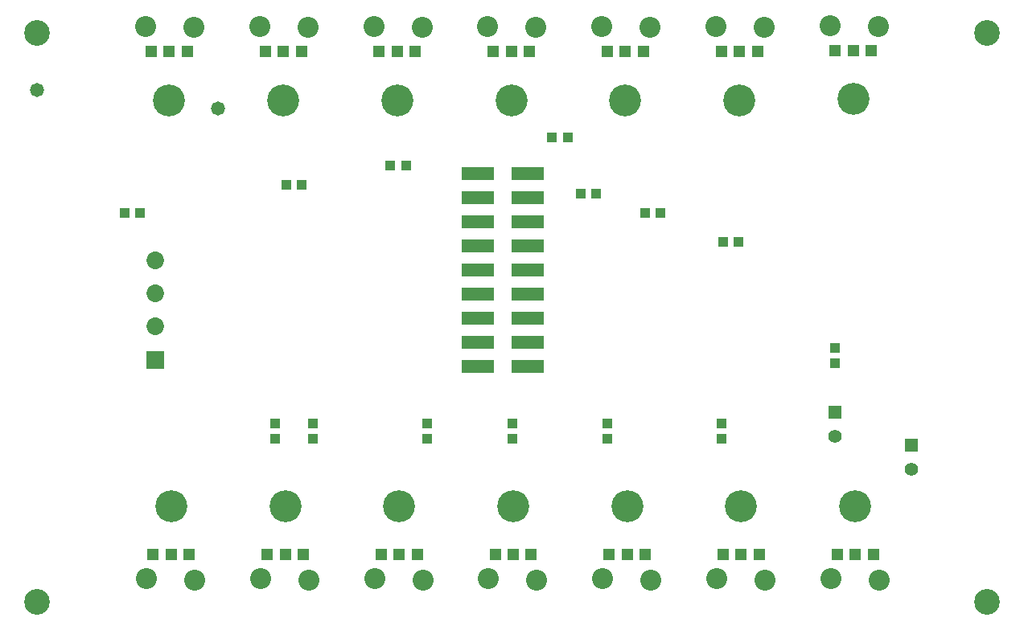
<source format=gts>
G04*
G04 #@! TF.GenerationSoftware,Altium Limited,Altium Designer,20.2.6 (244)*
G04*
G04 Layer_Color=8388736*
%FSLAX25Y25*%
%MOIN*%
G70*
G04*
G04 #@! TF.SameCoordinates,497CC9B7-7792-49EA-9D7E-492ABDADDE37*
G04*
G04*
G04 #@! TF.FilePolarity,Negative*
G04*
G01*
G75*
%ADD13R,0.04182X0.04469*%
%ADD15R,0.04469X0.04182*%
%ADD16R,0.13300X0.05288*%
%ADD17C,0.07296*%
%ADD18R,0.07296X0.07296*%
%ADD19R,0.05524X0.05524*%
%ADD20C,0.05524*%
%ADD21C,0.08674*%
%ADD22R,0.04737X0.04737*%
%ADD23C,0.13202*%
%ADD24C,0.05800*%
%ADD25C,0.10642*%
D13*
X236221Y205451D02*
D03*
Y211872D02*
D03*
X299213D02*
D03*
Y205451D02*
D03*
X334646Y211872D02*
D03*
Y205451D02*
D03*
X251969Y211872D02*
D03*
Y205451D02*
D03*
X374016Y211872D02*
D03*
Y205451D02*
D03*
X421260Y211872D02*
D03*
Y205451D02*
D03*
X468504Y243368D02*
D03*
Y236947D02*
D03*
D15*
X421987Y287402D02*
D03*
X428407D02*
D03*
X389764Y299213D02*
D03*
X396184D02*
D03*
X362931Y307087D02*
D03*
X369352D02*
D03*
X290612Y318898D02*
D03*
X284191D02*
D03*
X247305Y311024D02*
D03*
X240884D02*
D03*
X180376Y299213D02*
D03*
X173955D02*
D03*
X357541Y330709D02*
D03*
X351120D02*
D03*
D16*
X340955Y235591D02*
D03*
X320463D02*
D03*
X340955Y245590D02*
D03*
X320463D02*
D03*
X340955Y255591D02*
D03*
X320463D02*
D03*
X340955Y265591D02*
D03*
X320463D02*
D03*
X340955Y275590D02*
D03*
X320463D02*
D03*
X340955Y285591D02*
D03*
X320463D02*
D03*
X340955Y295590D02*
D03*
X320463D02*
D03*
X340955Y305591D02*
D03*
X320463D02*
D03*
X340955Y315591D02*
D03*
X320463D02*
D03*
D17*
X186542Y279714D02*
D03*
Y265935D02*
D03*
Y252155D02*
D03*
D18*
Y238376D02*
D03*
D19*
X500000Y202913D02*
D03*
X468504Y216535D02*
D03*
D20*
X500000Y192913D02*
D03*
X468504Y206535D02*
D03*
D21*
X438976Y376142D02*
D03*
X418976Y376673D02*
D03*
X230000D02*
D03*
X250000Y376142D02*
D03*
X486535Y146949D02*
D03*
X466535Y147480D02*
D03*
X182756Y376673D02*
D03*
X202756Y376142D02*
D03*
X183071Y147480D02*
D03*
X203071Y146949D02*
D03*
X250315D02*
D03*
X230315Y147480D02*
D03*
X277559D02*
D03*
X297559Y146949D02*
D03*
X324803Y147480D02*
D03*
X344803Y146949D02*
D03*
X372047Y147480D02*
D03*
X392047Y146949D02*
D03*
X419291Y147480D02*
D03*
X439291Y146949D02*
D03*
X297244Y376142D02*
D03*
X277244Y376673D02*
D03*
X344488Y376142D02*
D03*
X324488Y376673D02*
D03*
X371732D02*
D03*
X391732Y376142D02*
D03*
X466221Y377067D02*
D03*
X486221Y376535D02*
D03*
D22*
X428740Y366142D02*
D03*
X436221D02*
D03*
X421260D02*
D03*
X239764D02*
D03*
X247244D02*
D03*
X232283D02*
D03*
X476772Y157480D02*
D03*
X469291D02*
D03*
X484252D02*
D03*
X200000Y366142D02*
D03*
X192520D02*
D03*
X185039D02*
D03*
X437008Y157480D02*
D03*
X422047D02*
D03*
X389764D02*
D03*
X374803D02*
D03*
X342520D02*
D03*
X327559D02*
D03*
X295276D02*
D03*
X280315D02*
D03*
X248031D02*
D03*
X233071D02*
D03*
X200787D02*
D03*
X185827D02*
D03*
X468504Y366535D02*
D03*
X483465D02*
D03*
X374016Y366142D02*
D03*
X388976D02*
D03*
X326772D02*
D03*
X341732D02*
D03*
X279528D02*
D03*
X294488D02*
D03*
X193307Y157480D02*
D03*
X240551D02*
D03*
X287795D02*
D03*
X335039D02*
D03*
X382283D02*
D03*
X429528D02*
D03*
X287008Y366142D02*
D03*
X334252D02*
D03*
X381496D02*
D03*
X475984Y366535D02*
D03*
D23*
X428740Y346063D02*
D03*
X239764D02*
D03*
X476772Y177559D02*
D03*
X192520Y346063D02*
D03*
X193307Y177559D02*
D03*
X240551D02*
D03*
X287795D02*
D03*
X335039D02*
D03*
X382283D02*
D03*
X429528D02*
D03*
X287008Y346063D02*
D03*
X334252D02*
D03*
X381496D02*
D03*
X475984Y346457D02*
D03*
D24*
X212598Y342520D02*
D03*
X137795Y350394D02*
D03*
D25*
Y374016D02*
D03*
Y137795D02*
D03*
X531496D02*
D03*
Y374016D02*
D03*
M02*

</source>
